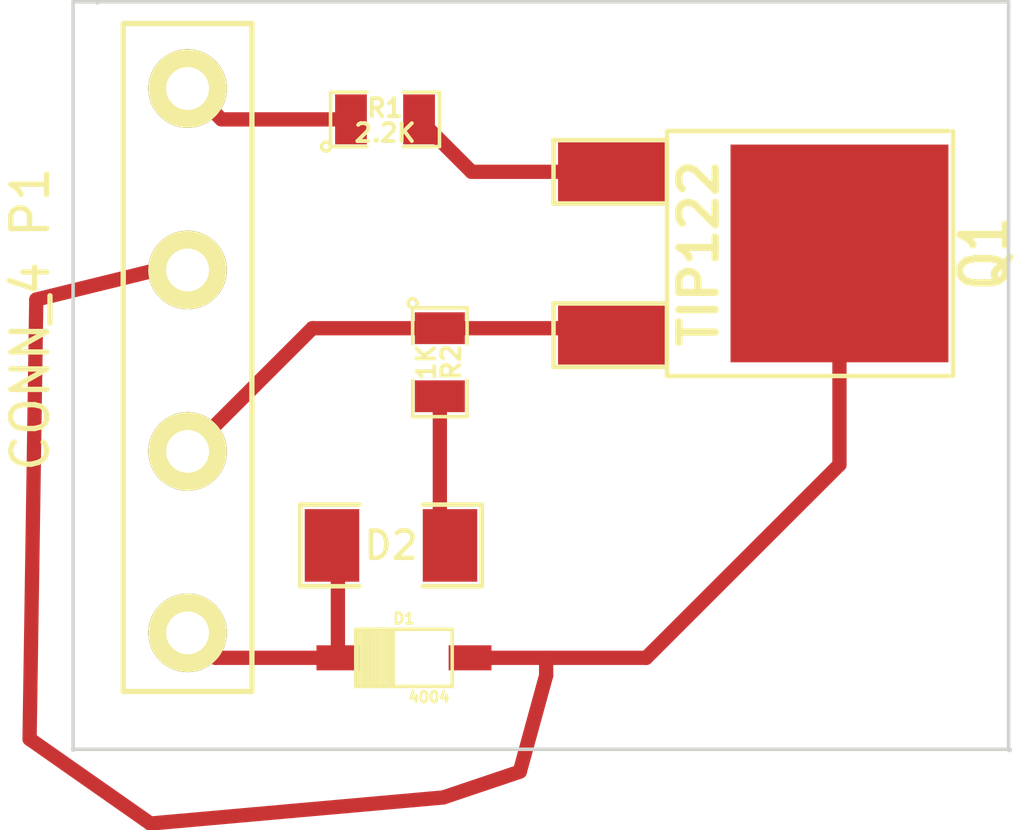
<source format=kicad_pcb>
(kicad_pcb (version 3) (host pcbnew "(2013-07-07 BZR 4022)-stable")

  (general
    (links 9)
    (no_connects 0)
    (area 14.71654 18.618999 43.23188 41.875625)
    (thickness 1.6)
    (drawings 7)
    (tracks 26)
    (zones 0)
    (modules 6)
    (nets 7)
  )

  (page A3)
  (layers
    (15 F.Cu signal)
    (0 B.Cu signal)
    (16 B.Adhes user)
    (17 F.Adhes user)
    (18 B.Paste user)
    (19 F.Paste user)
    (20 B.SilkS user)
    (21 F.SilkS user)
    (22 B.Mask user)
    (23 F.Mask user)
    (24 Dwgs.User user)
    (25 Cmts.User user)
    (26 Eco1.User user)
    (27 Eco2.User user)
    (28 Edge.Cuts user)
  )

  (setup
    (last_trace_width 0.4)
    (trace_clearance 0.25)
    (zone_clearance 0.508)
    (zone_45_only no)
    (trace_min 0.254)
    (segment_width 0.2)
    (edge_width 0.1)
    (via_size 1.27)
    (via_drill 0.635)
    (via_min_size 1.27)
    (via_min_drill 0.508)
    (uvia_size 0.508)
    (uvia_drill 0.127)
    (uvias_allowed no)
    (uvia_min_size 0.508)
    (uvia_min_drill 0.127)
    (pcb_text_width 0.3)
    (pcb_text_size 1.5 1.5)
    (mod_edge_width 0.15)
    (mod_text_size 1 1)
    (mod_text_width 0.15)
    (pad_size 2.2 2.2)
    (pad_drill 1.2)
    (pad_to_mask_clearance 0)
    (aux_axis_origin 0 0)
    (visible_elements 7FFFFFFF)
    (pcbplotparams
      (layerselection 268468225)
      (usegerberextensions true)
      (excludeedgelayer true)
      (linewidth 0.150000)
      (plotframeref false)
      (viasonmask false)
      (mode 1)
      (useauxorigin false)
      (hpglpennumber 1)
      (hpglpenspeed 20)
      (hpglpendiameter 15)
      (hpglpenoverlay 2)
      (psnegative false)
      (psa4output false)
      (plotreference true)
      (plotvalue true)
      (plotothertext true)
      (plotinvisibletext false)
      (padsonsilk false)
      (subtractmaskfromsilk false)
      (outputformat 1)
      (mirror false)
      (drillshape 0)
      (scaleselection 1)
      (outputdirectory "//psf/Home/Documents/Lettuce Buddy HW/LadyBug Hydro/Ladybug Pump/GerbersFromKicad/11th Try/"))
  )

  (net 0 "")
  (net 1 +12V)
  (net 2 /ARD)
  (net 3 /Switch)
  (net 4 GND)
  (net 5 N-000002)
  (net 6 N-000005)

  (net_class Default "This is the default net class."
    (clearance 0.25)
    (trace_width 0.4)
    (via_dia 1.27)
    (via_drill 0.635)
    (uvia_dia 0.508)
    (uvia_drill 0.127)
    (add_net "")
    (add_net +12V)
    (add_net /ARD)
    (add_net /Switch)
    (add_net GND)
    (add_net N-000002)
    (add_net N-000005)
  )

  (module SOD-123 (layer F.Cu) (tedit 4C3ED0DD) (tstamp 54F98A18)
    (at 25.9969 37.03574 180)
    (path /54F97DFE)
    (fp_text reference D1 (at 0 1.09982 180) (layer F.SilkS)
      (effects (font (size 0.29972 0.29972) (thickness 0.0762)))
    )
    (fp_text value 4004 (at -0.70104 -1.09982 180) (layer F.SilkS)
      (effects (font (size 0.29972 0.29972) (thickness 0.0762)))
    )
    (fp_line (start 0.29972 -0.8001) (end 0.29972 0.8001) (layer F.SilkS) (width 0.09906))
    (fp_line (start 0.39878 -0.8001) (end 0.39878 0.8001) (layer F.SilkS) (width 0.09906))
    (fp_line (start 0.50038 0.8001) (end 0.50038 -0.8001) (layer F.SilkS) (width 0.09906))
    (fp_line (start 0.59944 -0.8001) (end 0.59944 0.8001) (layer F.SilkS) (width 0.09906))
    (fp_line (start 0.70104 0.8001) (end 0.70104 -0.8001) (layer F.SilkS) (width 0.09906))
    (fp_line (start 1.30048 -0.8001) (end 1.30048 0.7493) (layer F.SilkS) (width 0.09906))
    (fp_line (start 1.19888 0.8001) (end 1.19888 -0.8001) (layer F.SilkS) (width 0.09906))
    (fp_line (start 1.09982 0.8001) (end 1.09982 -0.8001) (layer F.SilkS) (width 0.09906))
    (fp_line (start 1.00076 -0.8001) (end 1.00076 0.8001) (layer F.SilkS) (width 0.09906))
    (fp_line (start 0.89916 0.8001) (end 0.89916 -0.8001) (layer F.SilkS) (width 0.09906))
    (fp_line (start 0.8001 -0.8001) (end 0.8001 0.8001) (layer F.SilkS) (width 0.09906))
    (fp_line (start -1.34874 -0.8001) (end 1.34874 -0.8001) (layer F.SilkS) (width 0.09906))
    (fp_line (start 1.34874 -0.8001) (end 1.34874 0.8001) (layer F.SilkS) (width 0.09906))
    (fp_line (start 1.34874 0.8001) (end -1.34874 0.8001) (layer F.SilkS) (width 0.09906))
    (fp_line (start -1.34874 0.8001) (end -1.34874 -0.8001) (layer F.SilkS) (width 0.09906))
    (pad 1 smd rect (at -1.84912 0 180) (size 1.19888 0.70104)
      (layers F.Cu F.Paste F.Mask)
      (net 3 /Switch)
      (clearance 0.14986)
    )
    (pad 2 smd rect (at 1.84912 0 180) (size 1.19888 0.70104)
      (layers F.Cu F.Paste F.Mask)
      (net 1 +12V)
      (clearance 0.14986)
    )
  )

  (module SM1206 (layer F.Cu) (tedit 42806E24) (tstamp 54F98A24)
    (at 25.63368 33.88868)
    (path /54F9896B)
    (attr smd)
    (fp_text reference D2 (at 0 0) (layer F.SilkS)
      (effects (font (size 0.762 0.762) (thickness 0.127)))
    )
    (fp_text value LED (at 0 0) (layer F.SilkS) hide
      (effects (font (size 0.762 0.762) (thickness 0.127)))
    )
    (fp_line (start -2.54 -1.143) (end -2.54 1.143) (layer F.SilkS) (width 0.127))
    (fp_line (start -2.54 1.143) (end -0.889 1.143) (layer F.SilkS) (width 0.127))
    (fp_line (start 0.889 -1.143) (end 2.54 -1.143) (layer F.SilkS) (width 0.127))
    (fp_line (start 2.54 -1.143) (end 2.54 1.143) (layer F.SilkS) (width 0.127))
    (fp_line (start 2.54 1.143) (end 0.889 1.143) (layer F.SilkS) (width 0.127))
    (fp_line (start -0.889 -1.143) (end -2.54 -1.143) (layer F.SilkS) (width 0.127))
    (pad 1 smd rect (at -1.651 0) (size 1.524 2.032)
      (layers F.Cu F.Paste F.Mask)
      (net 1 +12V)
    )
    (pad 2 smd rect (at 1.651 0) (size 1.524 2.032)
      (layers F.Cu F.Paste F.Mask)
      (net 5 N-000002)
    )
    (model smd/chip_cms.wrl
      (at (xyz 0 0 0))
      (scale (xyz 0.17 0.16 0.16))
      (rotate (xyz 0 0 0))
    )
  )

  (module SM0805 (layer F.Cu) (tedit 5091495C) (tstamp 54F98A31)
    (at 25.46604 21.96084)
    (path /54F97DF8)
    (attr smd)
    (fp_text reference R1 (at 0 -0.3175) (layer F.SilkS)
      (effects (font (size 0.50038 0.50038) (thickness 0.10922)))
    )
    (fp_text value 2.2K (at 0 0.381) (layer F.SilkS)
      (effects (font (size 0.50038 0.50038) (thickness 0.10922)))
    )
    (fp_circle (center -1.651 0.762) (end -1.651 0.635) (layer F.SilkS) (width 0.09906))
    (fp_line (start -0.508 0.762) (end -1.524 0.762) (layer F.SilkS) (width 0.09906))
    (fp_line (start -1.524 0.762) (end -1.524 -0.762) (layer F.SilkS) (width 0.09906))
    (fp_line (start -1.524 -0.762) (end -0.508 -0.762) (layer F.SilkS) (width 0.09906))
    (fp_line (start 0.508 -0.762) (end 1.524 -0.762) (layer F.SilkS) (width 0.09906))
    (fp_line (start 1.524 -0.762) (end 1.524 0.762) (layer F.SilkS) (width 0.09906))
    (fp_line (start 1.524 0.762) (end 0.508 0.762) (layer F.SilkS) (width 0.09906))
    (pad 1 smd rect (at -0.9525 0) (size 0.889 1.397)
      (layers F.Cu F.Paste F.Mask)
      (net 2 /ARD)
    )
    (pad 2 smd rect (at 0.9525 0) (size 0.889 1.397)
      (layers F.Cu F.Paste F.Mask)
      (net 6 N-000005)
    )
    (model smd/chip_cms.wrl
      (at (xyz 0 0 0))
      (scale (xyz 0.1 0.1 0.1))
      (rotate (xyz 0 0 0))
    )
  )

  (module SM0805 (layer F.Cu) (tedit 5091495C) (tstamp 54F98A3E)
    (at 27.0002 28.76042 270)
    (path /54F98971)
    (attr smd)
    (fp_text reference R2 (at 0 -0.3175 270) (layer F.SilkS)
      (effects (font (size 0.50038 0.50038) (thickness 0.10922)))
    )
    (fp_text value 1K (at 0 0.381 270) (layer F.SilkS)
      (effects (font (size 0.50038 0.50038) (thickness 0.10922)))
    )
    (fp_circle (center -1.651 0.762) (end -1.651 0.635) (layer F.SilkS) (width 0.09906))
    (fp_line (start -0.508 0.762) (end -1.524 0.762) (layer F.SilkS) (width 0.09906))
    (fp_line (start -1.524 0.762) (end -1.524 -0.762) (layer F.SilkS) (width 0.09906))
    (fp_line (start -1.524 -0.762) (end -0.508 -0.762) (layer F.SilkS) (width 0.09906))
    (fp_line (start 0.508 -0.762) (end 1.524 -0.762) (layer F.SilkS) (width 0.09906))
    (fp_line (start 1.524 -0.762) (end 1.524 0.762) (layer F.SilkS) (width 0.09906))
    (fp_line (start 1.524 0.762) (end 0.508 0.762) (layer F.SilkS) (width 0.09906))
    (pad 1 smd rect (at -0.9525 0 270) (size 0.889 1.397)
      (layers F.Cu F.Paste F.Mask)
      (net 4 GND)
    )
    (pad 2 smd rect (at 0.9525 0 270) (size 0.889 1.397)
      (layers F.Cu F.Paste F.Mask)
      (net 5 N-000002)
    )
    (model smd/chip_cms.wrl
      (at (xyz 0 0 0))
      (scale (xyz 0.1 0.1 0.1))
      (rotate (xyz 0 0 0))
    )
  )

  (module DPAK2 (layer F.Cu) (tedit 451BAACE) (tstamp 54FDF08E)
    (at 31.83128 25.71496 270)
    (descr "MOS boitier DPACK G-D-S")
    (tags "CMD DPACK")
    (path /54F97DF2)
    (attr smd)
    (fp_text reference Q1 (at 0 -10.414 270) (layer F.SilkS)
      (effects (font (size 1.27 1.016) (thickness 0.2032)))
    )
    (fp_text value TIP122 (at 0 -2.413 270) (layer F.SilkS)
      (effects (font (size 1.016 1.016) (thickness 0.2032)))
    )
    (fp_line (start 1.397 -1.524) (end 1.397 1.651) (layer F.SilkS) (width 0.127))
    (fp_line (start 1.397 1.651) (end 3.175 1.651) (layer F.SilkS) (width 0.127))
    (fp_line (start 3.175 1.651) (end 3.175 -1.524) (layer F.SilkS) (width 0.127))
    (fp_line (start -3.175 -1.524) (end -3.175 1.651) (layer F.SilkS) (width 0.127))
    (fp_line (start -3.175 1.651) (end -1.397 1.651) (layer F.SilkS) (width 0.127))
    (fp_line (start -1.397 1.651) (end -1.397 -1.524) (layer F.SilkS) (width 0.127))
    (fp_line (start 3.429 -7.62) (end 3.429 -1.524) (layer F.SilkS) (width 0.127))
    (fp_line (start 3.429 -1.524) (end -3.429 -1.524) (layer F.SilkS) (width 0.127))
    (fp_line (start -3.429 -1.524) (end -3.429 -9.398) (layer F.SilkS) (width 0.127))
    (fp_line (start -3.429 -9.525) (end 3.429 -9.525) (layer F.SilkS) (width 0.127))
    (fp_line (start 3.429 -9.398) (end 3.429 -7.62) (layer F.SilkS) (width 0.127))
    (pad 1 smd rect (at -2.286 0 270) (size 1.651 3.048)
      (layers F.Cu F.Paste F.Mask)
      (net 6 N-000005)
    )
    (pad 2 smd rect (at 0 -6.35 270) (size 6.096 6.096)
      (layers F.Cu F.Paste F.Mask)
      (net 3 /Switch)
    )
    (pad 3 smd rect (at 2.286 0 270) (size 1.651 3.048)
      (layers F.Cu F.Paste F.Mask)
      (net 4 GND)
    )
    (model smd/dpack_2.wrl
      (at (xyz 0 0 0))
      (scale (xyz 1 1 1))
      (rotate (xyz 0 0 0))
    )
  )

  (module LB_CONN_WIDE_4 (layer F.Cu) (tedit 550185B9) (tstamp 550185F6)
    (at 19.94154 26.17724 270)
    (path /54F98004)
    (fp_text reference P1 (at -1.9 4.4 270) (layer F.SilkS)
      (effects (font (size 1 1) (thickness 0.15)))
    )
    (fp_text value CONN_4 (at 2.7 4.4 270) (layer F.SilkS)
      (effects (font (size 1 1) (thickness 0.15)))
    )
    (fp_line (start -6.9 -1.8) (end 11.8 -1.8) (layer F.SilkS) (width 0.15))
    (fp_line (start 11.8 -1.8) (end 11.8 1.8) (layer F.SilkS) (width 0.15))
    (fp_line (start 11.8 1.8) (end -6.9 1.8) (layer F.SilkS) (width 0.15))
    (fp_line (start -6.9 1.8) (end -6.9 -1.8) (layer F.SilkS) (width 0.15))
    (pad 1 thru_hole circle (at -5.08 0 270) (size 2.2 2.2) (drill 1.2)
      (layers *.Cu *.Mask F.SilkS)
      (net 2 /ARD)
    )
    (pad 2 thru_hole circle (at 0 0 270) (size 2.2 2.2) (drill 1.2)
      (layers *.Cu *.Mask F.SilkS)
      (net 3 /Switch)
    )
    (pad 3 thru_hole circle (at 5.08 0 270) (size 2.2 2.2) (drill 1.2)
      (layers *.Cu *.Mask F.SilkS)
      (net 4 GND)
    )
    (pad 4 thru_hole circle (at 10.16 0 270) (size 2.2 2.2) (drill 1.2)
      (layers *.Cu *.Mask F.SilkS)
      (net 1 +12V)
    )
  )

  (gr_line (start 42.95648 39.59606) (end 42.95648 39.63162) (angle 90) (layer Edge.Cuts) (width 0.1))
  (gr_line (start 16.73098 39.59606) (end 42.95648 39.59606) (angle 90) (layer Edge.Cuts) (width 0.1))
  (gr_line (start 17.4244 18.669) (end 17.4244 18.7071) (angle 90) (layer Edge.Cuts) (width 0.1))
  (gr_line (start 16.7386 18.669) (end 17.4244 18.669) (angle 90) (layer Edge.Cuts) (width 0.1))
  (gr_line (start 16.7386 39.624) (end 16.7386 18.669) (angle 90) (layer Edge.Cuts) (width 0.1))
  (gr_line (start 42.9133 18.669) (end 42.9133 39.624) (angle 90) (layer Edge.Cuts) (width 0.1))
  (gr_line (start 17.1196 18.669) (end 42.9133 18.669) (angle 90) (layer Edge.Cuts) (width 0.1))

  (segment (start 24.14778 37.03574) (end 20.72386 37.03574) (width 0.4) (layer F.Cu) (net 1))
  (segment (start 20.72386 37.03574) (end 20.00504 36.31692) (width 0.4) (layer F.Cu) (net 1) (tstamp 54FDF31F))
  (segment (start 24.14778 37.03574) (end 24.14778 34.05378) (width 0.4) (layer F.Cu) (net 1))
  (segment (start 24.14778 34.05378) (end 23.98268 33.88868) (width 0.4) (layer F.Cu) (net 1) (tstamp 54FDF31C))
  (segment (start 24.51354 21.96084) (end 20.88896 21.96084) (width 0.4) (layer F.Cu) (net 2))
  (segment (start 20.88896 21.96084) (end 20.00504 21.07692) (width 0.4) (layer F.Cu) (net 2) (tstamp 54FDF300))
  (segment (start 27.096288 40.9448) (end 29.237435 40.22344) (width 0.4) (layer F.Cu) (net 3))
  (segment (start 29.97454 37.53003) (end 29.97454 37.03574) (width 0.4) (layer F.Cu) (net 3) (tstamp 5501842D))
  (segment (start 29.237435 40.22344) (end 29.97454 37.53003) (width 0.4) (layer F.Cu) (net 3) (tstamp 5501842C))
  (segment (start 27.84602 37.03574) (end 29.97454 37.03574) (width 0.4) (layer F.Cu) (net 3))
  (segment (start 29.97454 37.03574) (end 32.77362 37.03574) (width 0.4) (layer F.Cu) (net 3) (tstamp 55018430))
  (segment (start 32.77362 37.03574) (end 38.18128 31.62808) (width 0.4) (layer F.Cu) (net 3) (tstamp 55018421))
  (segment (start 38.18128 31.62808) (end 38.18128 25.71496) (width 0.4) (layer F.Cu) (net 3) (tstamp 55018426))
  (segment (start 20.00504 26.15692) (end 19.15414 26.15692) (width 0.4) (layer F.Cu) (net 3))
  (segment (start 18.899986 41.675624) (end 27.096288 40.9448) (width 0.4) (layer F.Cu) (net 3) (tstamp 54FDF326))
  (segment (start 15.520736 39.307655) (end 18.899986 41.675624) (width 0.4) (layer F.Cu) (net 3) (tstamp 54FDF324))
  (segment (start 15.70885 27.004591) (end 15.520736 39.307655) (width 0.4) (layer F.Cu) (net 3) (tstamp 54FDF323))
  (segment (start 19.15414 26.15692) (end 15.70885 27.004591) (width 0.4) (layer F.Cu) (net 3) (tstamp 54FDF322))
  (segment (start 27.0002 27.80792) (end 31.63824 27.80792) (width 0.4) (layer F.Cu) (net 4))
  (segment (start 31.63824 27.80792) (end 31.83128 28.00096) (width 0.4) (layer F.Cu) (net 4) (tstamp 54FDF390))
  (segment (start 27.0002 27.80792) (end 23.43404 27.80792) (width 0.4) (layer F.Cu) (net 4))
  (segment (start 23.43404 27.80792) (end 20.00504 31.23692) (width 0.4) (layer F.Cu) (net 4) (tstamp 54FDF30F))
  (segment (start 27.0002 29.71292) (end 27.0002 33.6042) (width 0.4) (layer F.Cu) (net 5))
  (segment (start 27.0002 33.6042) (end 27.28468 33.88868) (width 0.4) (layer F.Cu) (net 5) (tstamp 54FDF313))
  (segment (start 31.83128 23.42896) (end 27.88666 23.42896) (width 0.4) (layer F.Cu) (net 6))
  (segment (start 27.88666 23.42896) (end 26.41854 21.96084) (width 0.4) (layer F.Cu) (net 6) (tstamp 54FDF394))

)

</source>
